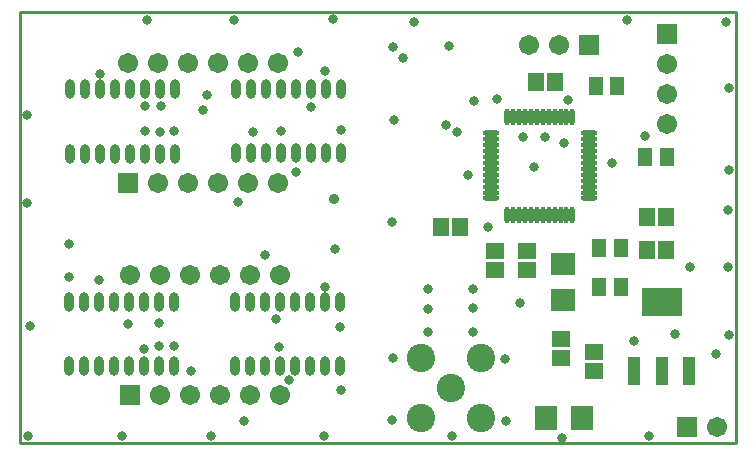
<source format=gbs>
%FSLAX44Y44*%
%MOMM*%
G71*
G01*
G75*
G04 Layer_Color=16711935*
%ADD10R,1.2500X1.4000*%
%ADD11R,1.6000X2.1000*%
%ADD12R,1.3500X1.0000*%
%ADD13R,1.2000X1.2000*%
%ADD14R,1.2000X1.2000*%
%ADD15R,1.5000X2.0000*%
%ADD16C,0.2500*%
%ADD17C,0.5000*%
%ADD18C,0.3000*%
%ADD19C,1.0000*%
%ADD20C,1.5000*%
%ADD21C,0.2540*%
%ADD22R,1.5000X1.5000*%
%ADD23C,1.5000*%
%ADD24R,1.5000X1.5000*%
%ADD25C,2.2000*%
%ADD26C,0.6000*%
%ADD27C,0.7000*%
%ADD28R,1.8000X1.7000*%
%ADD29R,1.7000X1.8000*%
%ADD30R,1.4000X1.2500*%
%ADD31R,1.0000X1.3500*%
%ADD32R,1.1000X1.3000*%
%ADD33R,0.9000X2.1500*%
%ADD34R,3.2500X2.1500*%
%ADD35O,0.2500X1.2500*%
%ADD36O,1.2500X0.2500*%
%ADD37O,0.6000X1.4500*%
%ADD38R,1.4532X1.6032*%
%ADD39R,1.8032X2.3032*%
%ADD40R,1.5532X1.2032*%
%ADD41R,1.4032X1.4032*%
%ADD42R,1.4032X1.4032*%
%ADD43R,1.7032X2.2032*%
%ADD44R,1.7032X1.7032*%
%ADD45C,1.7032*%
%ADD46R,1.7032X1.7032*%
%ADD47C,2.4032*%
%ADD48C,0.8032*%
%ADD49C,0.9032*%
%ADD50R,2.0032X1.9032*%
%ADD51R,1.9032X2.0032*%
%ADD52R,1.6032X1.4532*%
%ADD53R,1.2032X1.5532*%
%ADD54R,1.3032X1.5032*%
%ADD55R,1.1032X2.3532*%
%ADD56R,3.4532X2.3532*%
%ADD57O,0.4532X1.4532*%
%ADD58O,1.4532X0.4532*%
%ADD59O,0.8032X1.6532*%
D21*
X607000Y0D02*
Y364550D01*
X0Y0D02*
X607000D01*
X0D02*
Y363800D01*
X50Y364550D02*
X607000D01*
D38*
X531560Y163250D02*
D03*
X547560D02*
D03*
X531560Y191250D02*
D03*
X547560D02*
D03*
X453000Y305000D02*
D03*
X437000D02*
D03*
X356560Y182250D02*
D03*
X372560D02*
D03*
D44*
X482000Y337000D02*
D03*
X565000Y13000D02*
D03*
X93170Y40620D02*
D03*
X91900Y219690D02*
D03*
D45*
X456600Y337000D02*
D03*
X431200D02*
D03*
X548000Y269800D02*
D03*
Y295200D02*
D03*
Y320600D02*
D03*
X590400Y13000D02*
D03*
X220170Y142120D02*
D03*
X194770D02*
D03*
X169370D02*
D03*
X143970D02*
D03*
X118570D02*
D03*
X93170D02*
D03*
X220170Y40620D02*
D03*
X194770D02*
D03*
X169370D02*
D03*
X143970D02*
D03*
X118570D02*
D03*
X218900Y321190D02*
D03*
X193500D02*
D03*
X168100D02*
D03*
X142700D02*
D03*
X117300D02*
D03*
X91900D02*
D03*
X218900Y219690D02*
D03*
X193500D02*
D03*
X168100D02*
D03*
X142700D02*
D03*
X117300D02*
D03*
D46*
X548000Y346000D02*
D03*
D47*
X365560Y46250D02*
D03*
X340160Y20850D02*
D03*
Y71650D02*
D03*
X390960D02*
D03*
Y20850D02*
D03*
D48*
X92000Y100500D02*
D03*
X155000Y282000D02*
D03*
X42110Y140390D02*
D03*
X42000Y168000D02*
D03*
X246610Y284390D02*
D03*
X197500Y263000D02*
D03*
X120000Y285000D02*
D03*
X106000D02*
D03*
X324500Y326000D02*
D03*
X568000Y149000D02*
D03*
X555000Y92000D02*
D03*
X315000Y187000D02*
D03*
X317000Y273000D02*
D03*
X364000Y336000D02*
D03*
X436000Y233000D02*
D03*
X9000Y99000D02*
D03*
X6270Y203270D02*
D03*
Y277270D02*
D03*
X107730Y357730D02*
D03*
X181730D02*
D03*
X265270Y358730D02*
D03*
X514000Y358000D02*
D03*
X600000Y197000D02*
D03*
Y149000D02*
D03*
X601000Y91000D02*
D03*
X533000Y6000D02*
D03*
X459000Y4000D02*
D03*
X366000Y6000D02*
D03*
X258000D02*
D03*
X162000D02*
D03*
X87000D02*
D03*
X7000D02*
D03*
X601000Y231000D02*
D03*
Y300000D02*
D03*
X598256Y355838D02*
D03*
X267000Y164000D02*
D03*
X145000Y61000D02*
D03*
X411000Y71000D02*
D03*
X412000Y18000D02*
D03*
X315000Y19000D02*
D03*
X316000Y72000D02*
D03*
X384000Y94000D02*
D03*
Y114000D02*
D03*
Y130000D02*
D03*
X346000Y94000D02*
D03*
Y113000D02*
D03*
Y130000D02*
D03*
X461000Y254000D02*
D03*
X464000Y290000D02*
D03*
X445000Y259000D02*
D03*
X426000D02*
D03*
X404000Y291000D02*
D03*
X385000Y289000D02*
D03*
X590000Y75000D02*
D03*
X370000Y263000D02*
D03*
X361000Y269000D02*
D03*
X380000Y227000D02*
D03*
X424000Y118000D02*
D03*
X397000Y183000D02*
D03*
X520000Y86000D02*
D03*
X502000Y237000D02*
D03*
X530000Y260000D02*
D03*
X334000Y356000D02*
D03*
X217000Y105000D02*
D03*
X118000Y101000D02*
D03*
X105000Y79000D02*
D03*
X118000Y82000D02*
D03*
X131000D02*
D03*
X207970Y159000D02*
D03*
X220000Y81000D02*
D03*
X272000Y45000D02*
D03*
X228000Y53000D02*
D03*
X190000Y18000D02*
D03*
X258770Y131770D02*
D03*
X271730Y98270D02*
D03*
X67000Y138000D02*
D03*
X67950Y311950D02*
D03*
X236000Y331000D02*
D03*
X259000Y315000D02*
D03*
X106000Y264000D02*
D03*
X119000Y263000D02*
D03*
X131000Y264000D02*
D03*
X185000Y204000D02*
D03*
X234000Y229000D02*
D03*
X159000Y294000D02*
D03*
X221000Y264000D02*
D03*
X272000Y265000D02*
D03*
X316000Y335000D02*
D03*
D49*
X266000Y206000D02*
D03*
D50*
X460000Y120750D02*
D03*
Y151250D02*
D03*
D51*
X476250Y21000D02*
D03*
X445750D02*
D03*
D52*
X486000Y61000D02*
D03*
Y77000D02*
D03*
X458500Y88000D02*
D03*
Y72000D02*
D03*
X402250Y162440D02*
D03*
Y146440D02*
D03*
X430000Y162000D02*
D03*
Y146000D02*
D03*
D53*
X506000Y302000D02*
D03*
X488000D02*
D03*
X530000Y242000D02*
D03*
X548000D02*
D03*
D54*
X491000Y164500D02*
D03*
Y131500D02*
D03*
X509000D02*
D03*
Y164500D02*
D03*
D55*
X566560Y61000D02*
D03*
X543560D02*
D03*
X520560D02*
D03*
D56*
X543560Y119500D02*
D03*
D57*
X468060Y193000D02*
D03*
X463060D02*
D03*
X458060D02*
D03*
X453060D02*
D03*
X448060D02*
D03*
X443060D02*
D03*
X438060D02*
D03*
X433060D02*
D03*
X428060D02*
D03*
X423060D02*
D03*
X418060D02*
D03*
X413060D02*
D03*
Y275500D02*
D03*
X418060D02*
D03*
X423060D02*
D03*
X428060D02*
D03*
X433060D02*
D03*
X438060D02*
D03*
X443060D02*
D03*
X448060D02*
D03*
X453060D02*
D03*
X458060D02*
D03*
X463060D02*
D03*
X468060D02*
D03*
D58*
X399310Y206750D02*
D03*
Y211750D02*
D03*
Y216750D02*
D03*
Y221750D02*
D03*
Y226750D02*
D03*
Y231750D02*
D03*
Y236750D02*
D03*
Y241750D02*
D03*
Y246750D02*
D03*
Y251750D02*
D03*
Y256750D02*
D03*
Y261750D02*
D03*
X481810D02*
D03*
Y256750D02*
D03*
Y251750D02*
D03*
Y246750D02*
D03*
Y241750D02*
D03*
Y236750D02*
D03*
Y231750D02*
D03*
Y226750D02*
D03*
Y221750D02*
D03*
Y216750D02*
D03*
Y211750D02*
D03*
Y206750D02*
D03*
D59*
X42550Y299250D02*
D03*
X55250D02*
D03*
X67950D02*
D03*
X80650D02*
D03*
X93350D02*
D03*
X106050D02*
D03*
X118750D02*
D03*
X131450D02*
D03*
X42550Y244750D02*
D03*
X55250D02*
D03*
X67950D02*
D03*
X80650D02*
D03*
X93350D02*
D03*
X106050D02*
D03*
X118750D02*
D03*
X131450D02*
D03*
X183110Y299500D02*
D03*
X195810D02*
D03*
X208510D02*
D03*
X221210D02*
D03*
X233910D02*
D03*
X246610D02*
D03*
X259310D02*
D03*
X272010D02*
D03*
X183110Y245000D02*
D03*
X195810D02*
D03*
X208510D02*
D03*
X221210D02*
D03*
X233910D02*
D03*
X246610D02*
D03*
X259310D02*
D03*
X272010D02*
D03*
X182570Y119250D02*
D03*
X195270D02*
D03*
X207970D02*
D03*
X220670D02*
D03*
X233370D02*
D03*
X246070D02*
D03*
X258770D02*
D03*
X271470D02*
D03*
X182570Y64750D02*
D03*
X195270D02*
D03*
X207970D02*
D03*
X220670D02*
D03*
X233370D02*
D03*
X246070D02*
D03*
X258770D02*
D03*
X271470D02*
D03*
X42110Y119500D02*
D03*
X54810D02*
D03*
X67510D02*
D03*
X80210D02*
D03*
X92910D02*
D03*
X105610D02*
D03*
X118310D02*
D03*
X131010D02*
D03*
X42110Y65000D02*
D03*
X54810D02*
D03*
X67510D02*
D03*
X80210D02*
D03*
X92910D02*
D03*
X105610D02*
D03*
X118310D02*
D03*
X131010D02*
D03*
M02*

</source>
